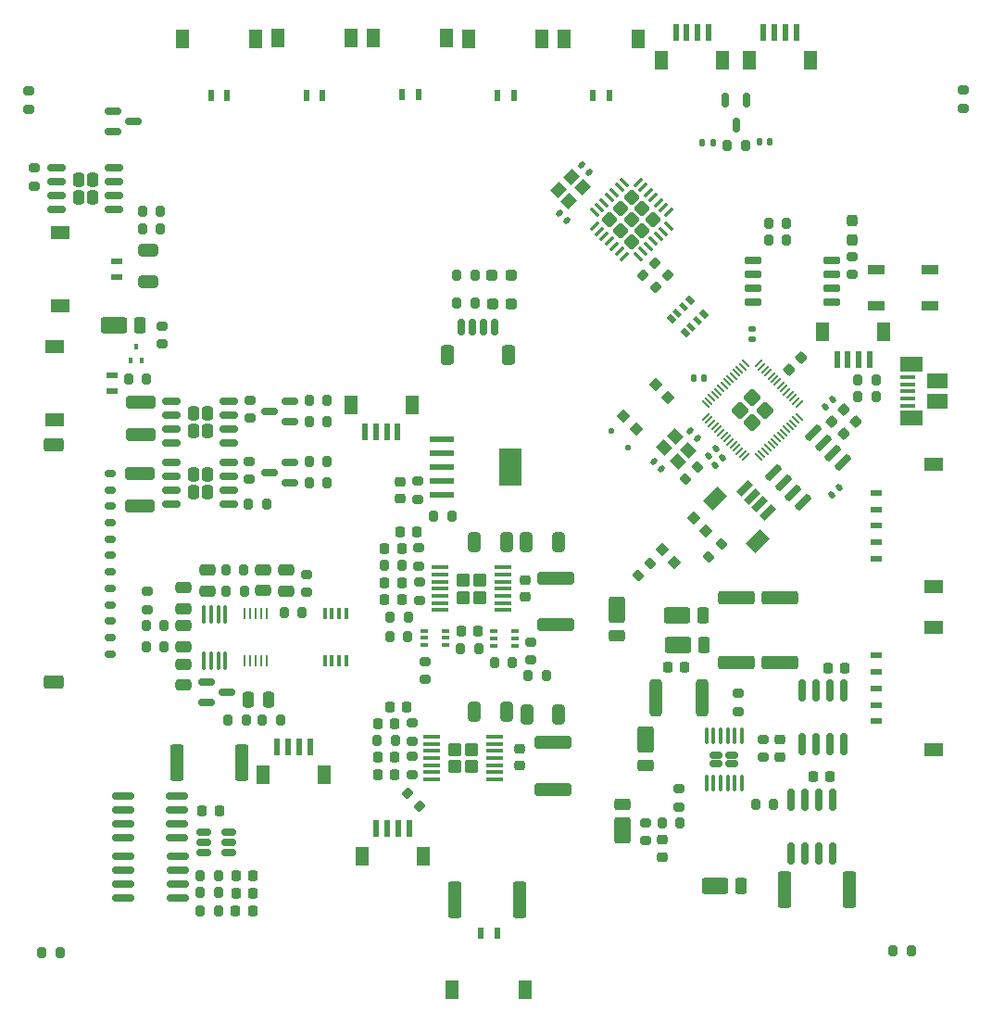
<source format=gbr>
%TF.GenerationSoftware,KiCad,Pcbnew,8.0.2-1*%
%TF.CreationDate,2024-06-12T20:01:09-07:00*%
%TF.ProjectId,battery_board_v3b,62617474-6572-4795-9f62-6f6172645f76,rev?*%
%TF.SameCoordinates,Original*%
%TF.FileFunction,Paste,Top*%
%TF.FilePolarity,Positive*%
%FSLAX46Y46*%
G04 Gerber Fmt 4.6, Leading zero omitted, Abs format (unit mm)*
G04 Created by KiCad (PCBNEW 8.0.2-1) date 2024-06-12 20:01:09*
%MOMM*%
%LPD*%
G01*
G04 APERTURE LIST*
G04 Aperture macros list*
%AMRoundRect*
0 Rectangle with rounded corners*
0 $1 Rounding radius*
0 $2 $3 $4 $5 $6 $7 $8 $9 X,Y pos of 4 corners*
0 Add a 4 corners polygon primitive as box body*
4,1,4,$2,$3,$4,$5,$6,$7,$8,$9,$2,$3,0*
0 Add four circle primitives for the rounded corners*
1,1,$1+$1,$2,$3*
1,1,$1+$1,$4,$5*
1,1,$1+$1,$6,$7*
1,1,$1+$1,$8,$9*
0 Add four rect primitives between the rounded corners*
20,1,$1+$1,$2,$3,$4,$5,0*
20,1,$1+$1,$4,$5,$6,$7,0*
20,1,$1+$1,$6,$7,$8,$9,0*
20,1,$1+$1,$8,$9,$2,$3,0*%
%AMRotRect*
0 Rectangle, with rotation*
0 The origin of the aperture is its center*
0 $1 length*
0 $2 width*
0 $3 Rotation angle, in degrees counterclockwise*
0 Add horizontal line*
21,1,$1,$2,0,0,$3*%
G04 Aperture macros list end*
%ADD10RoundRect,0.200000X0.275000X-0.200000X0.275000X0.200000X-0.275000X0.200000X-0.275000X-0.200000X0*%
%ADD11RotRect,0.600000X1.550000X135.000000*%
%ADD12RotRect,1.200000X1.800000X135.000000*%
%ADD13RoundRect,0.225000X-0.225000X-0.250000X0.225000X-0.250000X0.225000X0.250000X-0.225000X0.250000X0*%
%ADD14RoundRect,0.250000X-1.450000X0.312500X-1.450000X-0.312500X1.450000X-0.312500X1.450000X0.312500X0*%
%ADD15R,1.500000X0.900000*%
%ADD16RoundRect,0.150000X0.825000X0.150000X-0.825000X0.150000X-0.825000X-0.150000X0.825000X-0.150000X0*%
%ADD17RoundRect,0.150000X0.150000X0.625000X-0.150000X0.625000X-0.150000X-0.625000X0.150000X-0.625000X0*%
%ADD18RoundRect,0.250000X0.350000X0.650000X-0.350000X0.650000X-0.350000X-0.650000X0.350000X-0.650000X0*%
%ADD19R,0.650000X0.400000*%
%ADD20RoundRect,0.200000X-0.200000X-0.275000X0.200000X-0.275000X0.200000X0.275000X-0.200000X0.275000X0*%
%ADD21RoundRect,0.250000X0.255000X0.395000X-0.255000X0.395000X-0.255000X-0.395000X0.255000X-0.395000X0*%
%ADD22RoundRect,0.150000X0.662500X0.150000X-0.662500X0.150000X-0.662500X-0.150000X0.662500X-0.150000X0*%
%ADD23RoundRect,0.150000X-0.512500X-0.150000X0.512500X-0.150000X0.512500X0.150000X-0.512500X0.150000X0*%
%ADD24RoundRect,0.140000X-0.021213X0.219203X-0.219203X0.021213X0.021213X-0.219203X0.219203X-0.021213X0*%
%ADD25R,0.600000X1.000000*%
%ADD26R,1.250000X1.800000*%
%ADD27RoundRect,0.140000X-0.219203X-0.021213X-0.021213X-0.219203X0.219203X0.021213X0.021213X0.219203X0*%
%ADD28RoundRect,0.200000X0.200000X0.275000X-0.200000X0.275000X-0.200000X-0.275000X0.200000X-0.275000X0*%
%ADD29RoundRect,0.225000X-0.250000X0.225000X-0.250000X-0.225000X0.250000X-0.225000X0.250000X0.225000X0*%
%ADD30RotRect,0.800000X0.500000X135.000000*%
%ADD31RotRect,0.800000X0.400000X135.000000*%
%ADD32RoundRect,0.250000X-0.650000X0.325000X-0.650000X-0.325000X0.650000X-0.325000X0.650000X0.325000X0*%
%ADD33RoundRect,0.200000X0.335876X0.053033X0.053033X0.335876X-0.335876X-0.053033X-0.053033X-0.335876X0*%
%ADD34RoundRect,0.225000X0.250000X-0.225000X0.250000X0.225000X-0.250000X0.225000X-0.250000X-0.225000X0*%
%ADD35RoundRect,0.250000X-0.475000X0.250000X-0.475000X-0.250000X0.475000X-0.250000X0.475000X0.250000X0*%
%ADD36RoundRect,0.150000X0.150000X-0.825000X0.150000X0.825000X-0.150000X0.825000X-0.150000X-0.825000X0*%
%ADD37R,2.200000X0.600000*%
%ADD38R,2.150000X3.450000*%
%ADD39RoundRect,0.150000X0.406586X0.618718X-0.618718X-0.406586X-0.406586X-0.618718X0.618718X0.406586X0*%
%ADD40RotRect,0.900000X0.900000X225.000000*%
%ADD41R,1.000000X0.600000*%
%ADD42R,1.800000X1.250000*%
%ADD43RoundRect,0.225000X0.225000X0.250000X-0.225000X0.250000X-0.225000X-0.250000X0.225000X-0.250000X0*%
%ADD44RotRect,0.900000X0.900000X45.000000*%
%ADD45RoundRect,0.250000X-0.255000X-0.395000X0.255000X-0.395000X0.255000X0.395000X-0.255000X0.395000X0*%
%ADD46RoundRect,0.150000X-0.662500X-0.150000X0.662500X-0.150000X0.662500X0.150000X-0.662500X0.150000X0*%
%ADD47RoundRect,0.150000X0.587500X0.150000X-0.587500X0.150000X-0.587500X-0.150000X0.587500X-0.150000X0*%
%ADD48RoundRect,0.250000X0.362500X1.425000X-0.362500X1.425000X-0.362500X-1.425000X0.362500X-1.425000X0*%
%ADD49RoundRect,0.250000X0.325000X0.650000X-0.325000X0.650000X-0.325000X-0.650000X0.325000X-0.650000X0*%
%ADD50R,0.600000X1.550000*%
%ADD51R,1.200000X1.800000*%
%ADD52RoundRect,0.250001X-0.354999X-0.374999X0.354999X-0.374999X0.354999X0.374999X-0.354999X0.374999X0*%
%ADD53RoundRect,0.100000X-0.687500X-0.100000X0.687500X-0.100000X0.687500X0.100000X-0.687500X0.100000X0*%
%ADD54RoundRect,0.200000X0.053033X-0.335876X0.335876X-0.053033X-0.053033X0.335876X-0.335876X0.053033X0*%
%ADD55RoundRect,0.237500X-0.237500X0.287500X-0.237500X-0.287500X0.237500X-0.287500X0.237500X0.287500X0*%
%ADD56RoundRect,0.250000X-0.362500X-1.425000X0.362500X-1.425000X0.362500X1.425000X-0.362500X1.425000X0*%
%ADD57RoundRect,0.250000X-0.500000X0.950000X-0.500000X-0.950000X0.500000X-0.950000X0.500000X0.950000X0*%
%ADD58RoundRect,0.250000X-0.500000X0.275000X-0.500000X-0.275000X0.500000X-0.275000X0.500000X0.275000X0*%
%ADD59RoundRect,0.250000X0.950000X0.500000X-0.950000X0.500000X-0.950000X-0.500000X0.950000X-0.500000X0*%
%ADD60RoundRect,0.250000X0.275000X0.500000X-0.275000X0.500000X-0.275000X-0.500000X0.275000X-0.500000X0*%
%ADD61RoundRect,0.140000X0.219203X0.021213X0.021213X0.219203X-0.219203X-0.021213X-0.021213X-0.219203X0*%
%ADD62RoundRect,0.125000X0.176777X0.000000X0.000000X0.176777X-0.176777X0.000000X0.000000X-0.176777X0*%
%ADD63RoundRect,0.150000X-0.150000X0.512500X-0.150000X-0.512500X0.150000X-0.512500X0.150000X0.512500X0*%
%ADD64RoundRect,0.150000X-0.150000X0.825000X-0.150000X-0.825000X0.150000X-0.825000X0.150000X0.825000X0*%
%ADD65RoundRect,0.250000X-0.325000X-0.650000X0.325000X-0.650000X0.325000X0.650000X-0.325000X0.650000X0*%
%ADD66RoundRect,0.200000X-0.053033X0.335876X-0.335876X0.053033X0.053033X-0.335876X0.335876X-0.053033X0*%
%ADD67RoundRect,0.237500X-0.287500X-0.237500X0.287500X-0.237500X0.287500X0.237500X-0.287500X0.237500X0*%
%ADD68R,0.400000X0.510000*%
%ADD69RoundRect,0.250000X-1.425000X0.362500X-1.425000X-0.362500X1.425000X-0.362500X1.425000X0.362500X0*%
%ADD70RoundRect,0.200000X-0.275000X0.200000X-0.275000X-0.200000X0.275000X-0.200000X0.275000X0.200000X0*%
%ADD71RoundRect,0.100000X0.100000X-0.712500X0.100000X0.712500X-0.100000X0.712500X-0.100000X-0.712500X0*%
%ADD72RoundRect,0.150000X-0.650000X-0.150000X0.650000X-0.150000X0.650000X0.150000X-0.650000X0.150000X0*%
%ADD73RoundRect,0.150000X-0.587500X-0.150000X0.587500X-0.150000X0.587500X0.150000X-0.587500X0.150000X0*%
%ADD74RoundRect,0.250000X1.100000X-0.325000X1.100000X0.325000X-1.100000X0.325000X-1.100000X-0.325000X0*%
%ADD75RoundRect,0.140000X0.170000X-0.140000X0.170000X0.140000X-0.170000X0.140000X-0.170000X-0.140000X0*%
%ADD76RoundRect,0.250000X1.425000X-0.362500X1.425000X0.362500X-1.425000X0.362500X-1.425000X-0.362500X0*%
%ADD77RoundRect,0.140000X-0.140000X-0.170000X0.140000X-0.170000X0.140000X0.170000X-0.140000X0.170000X0*%
%ADD78R,1.380000X0.450000*%
%ADD79R,2.100000X1.475000*%
%ADD80R,1.900000X1.375000*%
%ADD81RoundRect,0.250000X0.500000X-0.950000X0.500000X0.950000X-0.500000X0.950000X-0.500000X-0.950000X0*%
%ADD82RoundRect,0.250000X0.500000X-0.275000X0.500000X0.275000X-0.500000X0.275000X-0.500000X-0.275000X0*%
%ADD83RoundRect,0.140000X0.140000X0.170000X-0.140000X0.170000X-0.140000X-0.170000X0.140000X-0.170000X0*%
%ADD84RoundRect,0.249999X-0.558616X0.000000X0.000000X-0.558616X0.558616X0.000000X0.000000X0.558616X0*%
%ADD85RoundRect,0.050000X-0.309359X0.238649X0.238649X-0.309359X0.309359X-0.238649X-0.238649X0.309359X0*%
%ADD86RoundRect,0.050000X-0.309359X-0.238649X-0.238649X-0.309359X0.309359X0.238649X0.238649X0.309359X0*%
%ADD87RoundRect,0.250000X0.475000X-0.250000X0.475000X0.250000X-0.475000X0.250000X-0.475000X-0.250000X0*%
%ADD88R,0.250000X1.100000*%
%ADD89RoundRect,0.250000X-0.312500X-1.450000X0.312500X-1.450000X0.312500X1.450000X-0.312500X1.450000X0*%
%ADD90RoundRect,0.250000X0.452548X0.000000X0.000000X0.452548X-0.452548X0.000000X0.000000X-0.452548X0*%
%ADD91RoundRect,0.075000X0.362392X-0.256326X-0.256326X0.362392X-0.362392X0.256326X0.256326X-0.362392X0*%
%ADD92RoundRect,0.075000X0.362392X0.256326X0.256326X0.362392X-0.362392X-0.256326X-0.256326X-0.362392X0*%
%ADD93RoundRect,0.150000X-0.350000X0.150000X-0.350000X-0.150000X0.350000X-0.150000X0.350000X0.150000X0*%
%ADD94RoundRect,0.250000X-0.650000X0.375000X-0.650000X-0.375000X0.650000X-0.375000X0.650000X0.375000X0*%
%ADD95R,0.400000X1.100000*%
%ADD96RoundRect,0.225000X0.017678X-0.335876X0.335876X-0.017678X-0.017678X0.335876X-0.335876X0.017678X0*%
%ADD97RoundRect,0.225000X-0.335876X-0.017678X-0.017678X-0.335876X0.335876X0.017678X0.017678X0.335876X0*%
%ADD98RoundRect,0.167500X0.407500X-0.167500X0.407500X0.167500X-0.407500X0.167500X-0.407500X-0.167500X0*%
%ADD99RoundRect,0.100000X0.100000X-0.625000X0.100000X0.625000X-0.100000X0.625000X-0.100000X-0.625000X0*%
%ADD100RotRect,1.150000X1.000000X315.000000*%
%ADD101RoundRect,0.250000X-0.250000X-0.475000X0.250000X-0.475000X0.250000X0.475000X-0.250000X0.475000X0*%
%ADD102RoundRect,0.140000X0.021213X-0.219203X0.219203X-0.021213X-0.021213X0.219203X-0.219203X0.021213X0*%
%ADD103RotRect,1.150000X1.000000X225.000000*%
G04 APERTURE END LIST*
D10*
%TO.C,R57*%
X186790000Y-65585000D03*
X186790000Y-63935000D03*
%TD*%
D11*
%TO.C,J21*%
X179057577Y-87283744D03*
X178350470Y-86576637D03*
X177643363Y-85869530D03*
X176936256Y-85162423D03*
D12*
X178191371Y-89988427D03*
X174231573Y-86028629D03*
%TD*%
D13*
%TO.C,C1*%
X144082500Y-90615000D03*
X145632500Y-90615000D03*
%TD*%
D14*
%TO.C,L3*%
X159440000Y-108330000D03*
X159440000Y-112605000D03*
%TD*%
D15*
%TO.C,LED1*%
X193870000Y-68420000D03*
X193870000Y-65120000D03*
X188970000Y-65120000D03*
X188970000Y-68420000D03*
%TD*%
D16*
%TO.C,Q2*%
X125124999Y-122585000D03*
X125124999Y-121315000D03*
X125124999Y-120045000D03*
X125124999Y-118775000D03*
X120174999Y-118775000D03*
X120174999Y-120045000D03*
X120174999Y-121315000D03*
X120174999Y-122585000D03*
%TD*%
D17*
%TO.C,J27*%
X154110000Y-70395000D03*
X153110000Y-70395000D03*
X152110000Y-70395000D03*
X151110000Y-70395000D03*
D18*
X155410000Y-72920000D03*
X149810000Y-72920000D03*
%TD*%
D19*
%TO.C,Q3*%
X154057500Y-98180000D03*
X154057500Y-98830000D03*
X154057500Y-99480000D03*
X155957500Y-99480000D03*
X155957500Y-98830000D03*
X155957500Y-98180000D03*
%TD*%
D20*
%TO.C,R4*%
X127225000Y-120530000D03*
X128875000Y-120530000D03*
%TD*%
D21*
%TO.C,Q9*%
X127832502Y-85469999D03*
X127832502Y-83869999D03*
X126572502Y-85469999D03*
X126572502Y-83869999D03*
D22*
X129840002Y-86574999D03*
X129840002Y-85304999D03*
X129840002Y-84034999D03*
X129840002Y-82764999D03*
X124565002Y-82764999D03*
X124565002Y-84034999D03*
X124565002Y-85304999D03*
X124565002Y-86574999D03*
%TD*%
D23*
%TO.C,U1*%
X127542500Y-116500000D03*
X127542500Y-117450000D03*
X127542500Y-118400000D03*
X129817500Y-118400000D03*
X129817500Y-117450000D03*
X129817500Y-116500000D03*
%TD*%
D24*
%TO.C,C31*%
X185639411Y-85060589D03*
X184960589Y-85739411D03*
%TD*%
D25*
%TO.C,J7*%
X155870000Y-49225000D03*
X154370000Y-49225000D03*
D26*
X158475000Y-44035000D03*
X151765000Y-44035000D03*
%TD*%
D27*
%TO.C,C20*%
X171960589Y-79870589D03*
X172639411Y-80549411D03*
%TD*%
D28*
%TO.C,FB3*%
X131215000Y-94502499D03*
X129565000Y-94502499D03*
%TD*%
%TO.C,R19*%
X133285000Y-86564998D03*
X131635000Y-86564998D03*
%TD*%
D29*
%TO.C,C40*%
X180220000Y-108085000D03*
X180220000Y-109635000D03*
%TD*%
D10*
%TO.C,R60*%
X123750000Y-71955000D03*
X123750000Y-70305000D03*
%TD*%
D30*
%TO.C,R48*%
X171537868Y-70934924D03*
D31*
X172103553Y-70369239D03*
X172669239Y-69803553D03*
D30*
X173234924Y-69237868D03*
X171962132Y-67965076D03*
D31*
X171396447Y-68530761D03*
X170830761Y-69096447D03*
D30*
X170265076Y-69662132D03*
%TD*%
D25*
%TO.C,J8*%
X164610000Y-49245000D03*
X163110000Y-49245000D03*
D26*
X167215000Y-44055000D03*
X160505000Y-44055000D03*
%TD*%
D32*
%TO.C,C50*%
X122430000Y-63325000D03*
X122430000Y-66275000D03*
%TD*%
D28*
%TO.C,R31*%
X180825000Y-60880000D03*
X179175000Y-60880000D03*
%TD*%
D20*
%TO.C,R43*%
X169415000Y-115690000D03*
X171065000Y-115690000D03*
%TD*%
D33*
%TO.C,R40*%
X169963503Y-65683595D03*
X168796777Y-64516869D03*
%TD*%
D34*
%TO.C,C13*%
X145467500Y-86055000D03*
X145467500Y-84505000D03*
%TD*%
D35*
%TO.C,C18*%
X125665000Y-97682499D03*
X125665000Y-99582499D03*
%TD*%
D36*
%TO.C,U14*%
X182215000Y-108495000D03*
X183485000Y-108495000D03*
X184755000Y-108495000D03*
X186025000Y-108495000D03*
X186025000Y-103545000D03*
X184755000Y-103545000D03*
X183485000Y-103545000D03*
X182215000Y-103545000D03*
%TD*%
D37*
%TO.C,U6*%
X149270000Y-80630000D03*
X149270000Y-81900000D03*
X149270000Y-83170000D03*
X149270000Y-84440000D03*
X149270000Y-85710000D03*
D38*
X155570000Y-83170000D03*
%TD*%
D39*
%TO.C,U13*%
X185957838Y-82766238D03*
X185059813Y-81868213D03*
X184161787Y-80970187D03*
X183263762Y-80072162D03*
X179622162Y-83713762D03*
X180520187Y-84611787D03*
X181418213Y-85509813D03*
X182316238Y-86407838D03*
%TD*%
D40*
%TO.C,SW1*%
X167046117Y-79685254D03*
X169945254Y-76786117D03*
X165914746Y-78553883D03*
X168813883Y-75654746D03*
%TD*%
D41*
%TO.C,J14*%
X189030000Y-106400000D03*
X189030000Y-104900000D03*
X189030000Y-103400000D03*
X189030000Y-101900000D03*
X189030000Y-100400000D03*
D42*
X194220000Y-109005000D03*
X194220000Y-97795000D03*
%TD*%
D20*
%TO.C,FB1*%
X132890000Y-106322499D03*
X134540000Y-106322499D03*
%TD*%
D43*
%TO.C,C49*%
X144995000Y-109710000D03*
X143445000Y-109710000D03*
%TD*%
D44*
%TO.C,SW2*%
X172313883Y-87844746D03*
X169414746Y-90743883D03*
X173445254Y-88976117D03*
X170546117Y-91875254D03*
%TD*%
D10*
%TO.C,R59*%
X112050000Y-57485000D03*
X112050000Y-55835000D03*
%TD*%
D13*
%TO.C,C12*%
X151052500Y-98160000D03*
X152602500Y-98160000D03*
%TD*%
%TO.C,C43*%
X144535000Y-105100000D03*
X146085000Y-105100000D03*
%TD*%
D45*
%TO.C,Q11*%
X116082500Y-56965000D03*
X116082500Y-58565000D03*
X117342500Y-56965000D03*
X117342500Y-58565000D03*
D46*
X114075000Y-55860000D03*
X114075000Y-57130000D03*
X114075000Y-58400000D03*
X114075000Y-59670000D03*
X119350000Y-59670000D03*
X119350000Y-58400000D03*
X119350000Y-57130000D03*
X119350000Y-55860000D03*
%TD*%
D34*
%TO.C,C6*%
X156907500Y-95015000D03*
X156907500Y-93465000D03*
%TD*%
D47*
%TO.C,Q7*%
X135407501Y-84619998D03*
X135407501Y-82719998D03*
X133532501Y-83669998D03*
%TD*%
D20*
%TO.C,R54*%
X187340000Y-76720000D03*
X188990000Y-76720000D03*
%TD*%
D48*
%TO.C,R1*%
X130962500Y-110200000D03*
X125037500Y-110200000D03*
%TD*%
D49*
%TO.C,C46*%
X155185000Y-105500000D03*
X152235000Y-105500000D03*
%TD*%
D50*
%TO.C,J20*%
X173670000Y-43475000D03*
X172670000Y-43475000D03*
X171670000Y-43475000D03*
X170670000Y-43475000D03*
D51*
X174970000Y-46000000D03*
X169370000Y-46000000D03*
%TD*%
D10*
%TO.C,R62*%
X111540000Y-50465000D03*
X111540000Y-48815000D03*
%TD*%
D52*
%TO.C,U3*%
X151227500Y-93525000D03*
X151227500Y-95075000D03*
X152727500Y-93525000D03*
X152727500Y-95075000D03*
D53*
X149115000Y-92350000D03*
X149115000Y-93000000D03*
X149115000Y-93650000D03*
X149115000Y-94300000D03*
X149115000Y-94950000D03*
X149115000Y-95600000D03*
X149115000Y-96250000D03*
X154840000Y-96250000D03*
X154840000Y-95600000D03*
X154840000Y-94950000D03*
X154840000Y-94300000D03*
X154840000Y-93650000D03*
X154840000Y-93000000D03*
X154840000Y-92350000D03*
%TD*%
D54*
%TO.C,R45*%
X173716637Y-91403363D03*
X174883363Y-90236637D03*
%TD*%
D10*
%TO.C,R52*%
X178650000Y-109685000D03*
X178650000Y-108035000D03*
%TD*%
D28*
%TO.C,R10*%
X155762500Y-101060000D03*
X154112500Y-101060000D03*
%TD*%
D35*
%TO.C,C27*%
X132924999Y-92572500D03*
X132924999Y-94472500D03*
%TD*%
D20*
%TO.C,R53*%
X187340000Y-75180000D03*
X188990000Y-75180000D03*
%TD*%
D28*
%TO.C,R9*%
X122302500Y-75170000D03*
X120652500Y-75170000D03*
%TD*%
D54*
%TO.C,R36*%
X167200000Y-93110000D03*
X168366726Y-91943274D03*
%TD*%
D55*
%TO.C,D10*%
X186770000Y-62435000D03*
X186770000Y-60685000D03*
%TD*%
D56*
%TO.C,R49*%
X180597500Y-121770000D03*
X186522500Y-121770000D03*
%TD*%
D57*
%TO.C,D11*%
X165800000Y-116350000D03*
D58*
X165800000Y-113975000D03*
%TD*%
D59*
%TO.C,D4*%
X174250000Y-121420000D03*
D60*
X176625000Y-121420000D03*
%TD*%
D61*
%TO.C,C21*%
X169389411Y-83379411D03*
X168710589Y-82700589D03*
%TD*%
D62*
%TO.C,D8*%
X164772183Y-79872183D03*
X166327817Y-81427817D03*
%TD*%
D63*
%TO.C,D5*%
X177130000Y-49675000D03*
X175230000Y-49675000D03*
X176180000Y-51950000D03*
%TD*%
D64*
%TO.C,U12*%
X185025000Y-113555000D03*
X183755000Y-113555000D03*
X182485000Y-113555000D03*
X181215000Y-113555000D03*
X181215000Y-118505000D03*
X182485000Y-118505000D03*
X183755000Y-118505000D03*
X185025000Y-118505000D03*
%TD*%
D65*
%TO.C,C45*%
X157045000Y-105820000D03*
X159995000Y-105820000D03*
%TD*%
D10*
%TO.C,R6*%
X147137500Y-92210000D03*
X147137500Y-90560000D03*
%TD*%
D66*
%TO.C,R38*%
X172683363Y-83136637D03*
X171516637Y-84303363D03*
%TD*%
D67*
%TO.C,D2*%
X155670000Y-68240000D03*
X153920000Y-68240000D03*
%TD*%
D68*
%TO.C,Q4*%
X120841957Y-73425562D03*
X121841957Y-73425562D03*
X121341957Y-72135562D03*
%TD*%
D69*
%TO.C,R55*%
X176250000Y-95137500D03*
X176250000Y-101062500D03*
%TD*%
D20*
%TO.C,R37*%
X129760000Y-106302499D03*
X131410000Y-106302499D03*
%TD*%
D70*
%TO.C,R25*%
X147057500Y-84455000D03*
X147057500Y-86105000D03*
%TD*%
D20*
%TO.C,R26*%
X148552500Y-87640000D03*
X150202500Y-87640000D03*
%TD*%
D27*
%TO.C,C35*%
X160049866Y-59984315D03*
X160728688Y-60663137D03*
%TD*%
D41*
%TO.C,J10*%
X119570000Y-64340000D03*
X119570000Y-65840000D03*
D42*
X114380000Y-61735000D03*
X114380000Y-68445000D03*
%TD*%
D29*
%TO.C,C34*%
X169450000Y-117235000D03*
X169450000Y-118785000D03*
%TD*%
D25*
%TO.C,J5*%
X138390000Y-49192500D03*
X136890000Y-49192500D03*
D26*
X140995000Y-44002500D03*
X134285000Y-44002500D03*
%TD*%
D27*
%TO.C,C36*%
X162036836Y-55564897D03*
X162715658Y-56243719D03*
%TD*%
D35*
%TO.C,C16*%
X135085000Y-92592499D03*
X135085000Y-94492499D03*
%TD*%
D71*
%TO.C,U9*%
X127570000Y-100835000D03*
X128220000Y-100835000D03*
X128870000Y-100835000D03*
X129520000Y-100835000D03*
X129520000Y-96610000D03*
X128870000Y-96610000D03*
X128220000Y-96610000D03*
X127570000Y-96610000D03*
%TD*%
D28*
%TO.C,R47*%
X179615000Y-114000000D03*
X177965000Y-114000000D03*
%TD*%
D24*
%TO.C,C33*%
X174339411Y-81460589D03*
X173660589Y-82139411D03*
%TD*%
D49*
%TO.C,C4*%
X155225000Y-90000000D03*
X152275000Y-90000000D03*
%TD*%
D43*
%TO.C,C7*%
X131995000Y-123720000D03*
X130445000Y-123720000D03*
%TD*%
D10*
%TO.C,R20*%
X146540000Y-111260000D03*
X146540000Y-109610000D03*
%TD*%
D24*
%TO.C,C26*%
X185009411Y-77030589D03*
X184330589Y-77709411D03*
%TD*%
D20*
%TO.C,R12*%
X151012500Y-99750000D03*
X152662500Y-99750000D03*
%TD*%
D28*
%TO.C,R22*%
X138817501Y-82669999D03*
X137167501Y-82669999D03*
%TD*%
D72*
%TO.C,U8*%
X177720000Y-64275000D03*
X177720000Y-65545000D03*
X177720000Y-66815000D03*
X177720000Y-68085000D03*
X184920000Y-68085000D03*
X184920000Y-66815000D03*
X184920000Y-65545000D03*
X184920000Y-64275000D03*
%TD*%
D59*
%TO.C,D6*%
X170850000Y-99400000D03*
D60*
X173225000Y-99400000D03*
%TD*%
D10*
%TO.C,R15*%
X147777500Y-102595000D03*
X147777500Y-100945000D03*
%TD*%
D20*
%TO.C,R30*%
X121915000Y-59840000D03*
X123565000Y-59840000D03*
%TD*%
%TO.C,R56*%
X179155000Y-62450000D03*
X180805000Y-62450000D03*
%TD*%
D10*
%TO.C,R1043*%
X167900000Y-117325000D03*
X167900000Y-115675000D03*
%TD*%
D43*
%TO.C,C10*%
X145622500Y-95260000D03*
X144072500Y-95260000D03*
%TD*%
D19*
%TO.C,Q5*%
X149587500Y-99440000D03*
X149587500Y-98790000D03*
X149587500Y-98140000D03*
X147687500Y-98140000D03*
X147687500Y-98790000D03*
X147687500Y-99440000D03*
%TD*%
D47*
%TO.C,Q6*%
X135440002Y-79039999D03*
X135440002Y-77139999D03*
X133565002Y-78089999D03*
%TD*%
D28*
%TO.C,FB2*%
X131210000Y-92552500D03*
X129560000Y-92552500D03*
%TD*%
D43*
%TO.C,C11*%
X145627500Y-93730000D03*
X144077500Y-93730000D03*
%TD*%
D73*
%TO.C,U10*%
X127767500Y-102802500D03*
X127767500Y-104702500D03*
X129642500Y-103752500D03*
%TD*%
D43*
%TO.C,C8*%
X132015001Y-120540000D03*
X130465001Y-120540000D03*
%TD*%
D28*
%TO.C,R64*%
X114375000Y-127540000D03*
X112725000Y-127540000D03*
%TD*%
%TO.C,R3*%
X128885000Y-123740000D03*
X127235000Y-123740000D03*
%TD*%
%TO.C,R29*%
X123555000Y-61400000D03*
X121905000Y-61400000D03*
%TD*%
D50*
%TO.C,J16*%
X137250000Y-108725000D03*
X136250000Y-108725000D03*
X135250000Y-108725000D03*
X134250000Y-108725000D03*
D51*
X138550000Y-111250000D03*
X132950000Y-111250000D03*
%TD*%
D20*
%TO.C,R13*%
X157182500Y-102260000D03*
X158832500Y-102260000D03*
%TD*%
D13*
%TO.C,C44*%
X143455000Y-106620000D03*
X145005000Y-106620000D03*
%TD*%
%TO.C,C42*%
X184575000Y-101520000D03*
X186125000Y-101520000D03*
%TD*%
D43*
%TO.C,C9*%
X132005000Y-122090000D03*
X130455000Y-122090000D03*
%TD*%
D74*
%TO.C,C14*%
X121732500Y-80184998D03*
X121732500Y-77234998D03*
%TD*%
D75*
%TO.C,C29*%
X177630000Y-71530000D03*
X177630000Y-70570000D03*
%TD*%
D76*
%TO.C,R50*%
X180200000Y-101062500D03*
X180200000Y-95137500D03*
%TD*%
D77*
%TO.C,C37*%
X178297500Y-53492500D03*
X179257500Y-53492500D03*
%TD*%
D33*
%TO.C,R61*%
X147283363Y-114183363D03*
X146116637Y-113016637D03*
%TD*%
D78*
%TO.C,J24*%
X191890000Y-74947500D03*
X191890000Y-75597500D03*
X191890000Y-76247500D03*
X191890000Y-76897500D03*
X191890000Y-77547500D03*
D79*
X192250000Y-78710000D03*
D80*
X194550000Y-77185000D03*
X194550000Y-75310000D03*
D79*
X192250000Y-73785000D03*
%TD*%
D34*
%TO.C,C47*%
X156380000Y-110455000D03*
X156380000Y-108905000D03*
%TD*%
D10*
%TO.C,R63*%
X196970000Y-50395000D03*
X196970000Y-48745000D03*
%TD*%
D81*
%TO.C,D7*%
X167900000Y-108100000D03*
D82*
X167900000Y-110475000D03*
%TD*%
D70*
%TO.C,R27*%
X131742501Y-77054999D03*
X131742501Y-78704999D03*
%TD*%
D13*
%TO.C,C2*%
X145447500Y-89075000D03*
X146997500Y-89075000D03*
%TD*%
D28*
%TO.C,R39*%
X152310000Y-68160000D03*
X150660000Y-68160000D03*
%TD*%
D20*
%TO.C,R23*%
X137147502Y-79059999D03*
X138797502Y-79059999D03*
%TD*%
D52*
%TO.C,U5*%
X150500000Y-108975000D03*
X150500000Y-110525000D03*
X152000000Y-108975000D03*
X152000000Y-110525000D03*
D53*
X148387500Y-107800000D03*
X148387500Y-108450000D03*
X148387500Y-109100000D03*
X148387500Y-109750000D03*
X148387500Y-110400000D03*
X148387500Y-111050000D03*
X148387500Y-111700000D03*
X154112500Y-111700000D03*
X154112500Y-111050000D03*
X154112500Y-110400000D03*
X154112500Y-109750000D03*
X154112500Y-109100000D03*
X154112500Y-108450000D03*
X154112500Y-107800000D03*
%TD*%
D50*
%TO.C,J22*%
X181700000Y-43475000D03*
X180700000Y-43475000D03*
X179700000Y-43475000D03*
X178700000Y-43475000D03*
D51*
X183000000Y-46000000D03*
X177400000Y-46000000D03*
%TD*%
D83*
%TO.C,C32*%
X173270000Y-75050000D03*
X172310000Y-75050000D03*
%TD*%
D84*
%TO.C,IC3*%
X177666528Y-76866516D03*
X176535157Y-77997887D03*
X178797899Y-77997887D03*
X177666528Y-79129258D03*
D85*
X177074326Y-73728730D03*
X176791483Y-74011573D03*
X176508641Y-74294415D03*
X176225798Y-74577258D03*
X175942955Y-74860101D03*
X175660113Y-75142943D03*
X175377270Y-75425786D03*
X175094427Y-75708629D03*
X174811584Y-75991472D03*
X174528742Y-76274314D03*
X174245899Y-76557157D03*
X173963056Y-76840000D03*
X173680214Y-77122842D03*
X173397371Y-77405685D03*
D86*
X173397371Y-78590089D03*
X173680214Y-78872932D03*
X173963056Y-79155774D03*
X174245899Y-79438617D03*
X174528742Y-79721460D03*
X174811584Y-80004302D03*
X175094427Y-80287145D03*
X175377270Y-80569988D03*
X175660113Y-80852831D03*
X175942955Y-81135673D03*
X176225798Y-81418516D03*
X176508641Y-81701359D03*
X176791483Y-81984201D03*
X177074326Y-82267044D03*
D85*
X178258730Y-82267044D03*
X178541573Y-81984201D03*
X178824415Y-81701359D03*
X179107258Y-81418516D03*
X179390101Y-81135673D03*
X179672943Y-80852831D03*
X179955786Y-80569988D03*
X180238629Y-80287145D03*
X180521472Y-80004302D03*
X180804314Y-79721460D03*
X181087157Y-79438617D03*
X181370000Y-79155774D03*
X181652842Y-78872932D03*
X181935685Y-78590089D03*
D86*
X181935685Y-77405685D03*
X181652842Y-77122842D03*
X181370000Y-76840000D03*
X181087157Y-76557157D03*
X180804314Y-76274314D03*
X180521472Y-75991472D03*
X180238629Y-75708629D03*
X179955786Y-75425786D03*
X179672943Y-75142943D03*
X179390101Y-74860101D03*
X179107258Y-74577258D03*
X178824415Y-74294415D03*
X178541573Y-74011573D03*
X178258730Y-73728730D03*
%TD*%
D74*
%TO.C,C15*%
X121702500Y-86725000D03*
X121702500Y-83775000D03*
%TD*%
D41*
%TO.C,J15*%
X189040000Y-91530000D03*
X189040000Y-90030000D03*
X189040000Y-88530000D03*
X189040000Y-87030000D03*
X189040000Y-85530000D03*
D42*
X194230000Y-94135000D03*
X194230000Y-82925000D03*
%TD*%
D20*
%TO.C,R18*%
X143405000Y-108150000D03*
X145055000Y-108150000D03*
%TD*%
%TO.C,R8*%
X144032500Y-92145000D03*
X145682500Y-92145000D03*
%TD*%
D87*
%TO.C,C17*%
X125675000Y-103082499D03*
X125675000Y-101182499D03*
%TD*%
D88*
%TO.C,U7*%
X133265001Y-96572500D03*
X132765001Y-96572500D03*
X132265001Y-96572500D03*
X131765001Y-96572500D03*
X131265001Y-96572500D03*
X131265001Y-100872500D03*
X131765001Y-100872500D03*
X132265001Y-100872500D03*
X132765001Y-100872500D03*
X133265001Y-100872500D03*
%TD*%
D77*
%TO.C,C38*%
X173097500Y-53532500D03*
X174057500Y-53532500D03*
%TD*%
D50*
%TO.C,J11*%
X142264000Y-79995000D03*
X143264000Y-79995000D03*
X144264000Y-79995000D03*
X145264000Y-79995000D03*
D51*
X140964000Y-77470000D03*
X146564000Y-77470000D03*
%TD*%
D89*
%TO.C,L2*%
X168822500Y-104250000D03*
X173097500Y-104250000D03*
%TD*%
D20*
%TO.C,R33*%
X122270001Y-99592499D03*
X123920001Y-99592499D03*
%TD*%
D90*
%TO.C,U11*%
X167615909Y-61554092D03*
X166611817Y-62558183D03*
X168620000Y-60550000D03*
X165607725Y-61554092D03*
X166611817Y-60550000D03*
X167615909Y-59545908D03*
X164603634Y-60550000D03*
X166611817Y-58541817D03*
X165607725Y-59545908D03*
D91*
X167239374Y-63935274D03*
X167698994Y-63475654D03*
X168158613Y-63016035D03*
X168618232Y-62556415D03*
X169077852Y-62096796D03*
X169537471Y-61637177D03*
X169997091Y-61177557D03*
D92*
X169997091Y-59922443D03*
X169537471Y-59462823D03*
X169077852Y-59003204D03*
X168618232Y-58543585D03*
X168158613Y-58083965D03*
X167698994Y-57624346D03*
X167239374Y-57164726D03*
D91*
X165984260Y-57164726D03*
X165524640Y-57624346D03*
X165065021Y-58083965D03*
X164605402Y-58543585D03*
X164145782Y-59003204D03*
X163686163Y-59462823D03*
X163226543Y-59922443D03*
D92*
X163226543Y-61177557D03*
X163686163Y-61637177D03*
X164145782Y-62096796D03*
X164605402Y-62556415D03*
X165065021Y-63016035D03*
X165524640Y-63475654D03*
X165984260Y-63935274D03*
%TD*%
D20*
%TO.C,R7*%
X144582500Y-96900000D03*
X146232500Y-96900000D03*
%TD*%
D87*
%TO.C,C24*%
X127845000Y-94482500D03*
X127845000Y-92582500D03*
%TD*%
D16*
%TO.C,Q1*%
X125114999Y-117025000D03*
X125114999Y-115755000D03*
X125114999Y-114485000D03*
X125114999Y-113215000D03*
X120164999Y-113215000D03*
X120164999Y-114485000D03*
X120164999Y-115755000D03*
X120164999Y-117025000D03*
%TD*%
D20*
%TO.C,R65*%
X190560000Y-127400000D03*
X192210000Y-127400000D03*
%TD*%
D28*
%TO.C,R17*%
X146182500Y-98700000D03*
X144532500Y-98700000D03*
%TD*%
D70*
%TO.C,R44*%
X171000000Y-112555000D03*
X171000000Y-114205000D03*
%TD*%
D93*
%TO.C,J12*%
X119000000Y-83750001D03*
X119000000Y-85250000D03*
X119000000Y-86750000D03*
X119000000Y-88250000D03*
X119000000Y-89750000D03*
X119000000Y-91249999D03*
X119000000Y-92750001D03*
X119000000Y-94250000D03*
X119000000Y-95750000D03*
X119000000Y-97250000D03*
X119000000Y-98750000D03*
X119000000Y-100249999D03*
D94*
X113810000Y-81145000D03*
X113810000Y-102855000D03*
%TD*%
D73*
%TO.C,Q10*%
X119252500Y-50650000D03*
X119252500Y-52550000D03*
X121127500Y-51600000D03*
%TD*%
D20*
%TO.C,R5*%
X127235001Y-122070000D03*
X128885001Y-122070000D03*
%TD*%
D28*
%TO.C,R21*%
X138807501Y-77109998D03*
X137157501Y-77109998D03*
%TD*%
D25*
%TO.C,J9*%
X129690000Y-49222500D03*
X128190000Y-49222500D03*
D26*
X132295000Y-44032500D03*
X125585000Y-44032500D03*
%TD*%
D28*
%TO.C,R46*%
X177032500Y-53762500D03*
X175382500Y-53762500D03*
%TD*%
D95*
%TO.C,IC2*%
X140545000Y-96550000D03*
X139895000Y-96550000D03*
X139245000Y-96550000D03*
X138595000Y-96550000D03*
X138595000Y-100850000D03*
X139245000Y-100850000D03*
X139895000Y-100850000D03*
X140545000Y-100850000D03*
%TD*%
D59*
%TO.C,D1*%
X119300000Y-70200000D03*
D60*
X121675000Y-70200000D03*
%TD*%
D50*
%TO.C,J19*%
X146300000Y-116225000D03*
X145300000Y-116225000D03*
X144300000Y-116225000D03*
X143300000Y-116225000D03*
D51*
X147600000Y-118750000D03*
X142000000Y-118750000D03*
%TD*%
D96*
%TO.C,C23*%
X181041992Y-74288008D03*
X182138008Y-73191992D03*
%TD*%
D97*
%TO.C,C28*%
X186071992Y-77961992D03*
X187168008Y-79058008D03*
%TD*%
D10*
%TO.C,R32*%
X122335000Y-96207501D03*
X122335000Y-94557501D03*
%TD*%
D65*
%TO.C,C3*%
X157025000Y-90000000D03*
X159975000Y-90000000D03*
%TD*%
D10*
%TO.C,R2*%
X136900000Y-94607499D03*
X136900000Y-92957499D03*
%TD*%
D21*
%TO.C,Q8*%
X127850000Y-79885000D03*
X127850000Y-78285000D03*
X126590000Y-79885000D03*
X126590000Y-78285000D03*
D22*
X129857500Y-80990000D03*
X129857500Y-79720000D03*
X129857500Y-78450000D03*
X129857500Y-77180000D03*
X124582500Y-77180000D03*
X124582500Y-78450000D03*
X124582500Y-79720000D03*
X124582500Y-80990000D03*
%TD*%
D10*
%TO.C,R16*%
X146540000Y-108215000D03*
X146540000Y-106565000D03*
%TD*%
D87*
%TO.C,C19*%
X125685001Y-96102500D03*
X125685001Y-94202500D03*
%TD*%
D56*
%TO.C,R58*%
X150457500Y-122710000D03*
X156382500Y-122710000D03*
%TD*%
D14*
%TO.C,L1*%
X159727500Y-93312500D03*
X159727500Y-97587500D03*
%TD*%
D43*
%TO.C,C48*%
X144995000Y-111270000D03*
X143445000Y-111270000D03*
%TD*%
D98*
%TO.C,IC4*%
X174380000Y-110290000D03*
X175800000Y-110290000D03*
X174380000Y-109470000D03*
X175800000Y-109470000D03*
D99*
X173465000Y-112030000D03*
X174115000Y-112030000D03*
X174765000Y-112030000D03*
X175415000Y-112030000D03*
X176065000Y-112030000D03*
X176715000Y-112030000D03*
X176715000Y-107730000D03*
X176065000Y-107730000D03*
X175415000Y-107730000D03*
X174765000Y-107730000D03*
X174115000Y-107730000D03*
X173465000Y-107730000D03*
%TD*%
D81*
%TO.C,D12*%
X165300000Y-96250000D03*
D82*
X165300000Y-98625000D03*
%TD*%
D100*
%TO.C,Y1*%
X169616307Y-81406256D03*
X170853744Y-82643693D03*
X171843693Y-81653744D03*
X170606256Y-80416307D03*
%TD*%
D10*
%TO.C,R11*%
X147237500Y-95325000D03*
X147237500Y-93675000D03*
%TD*%
D25*
%TO.C,J17*%
X152840000Y-125740000D03*
X154340000Y-125740000D03*
D26*
X150235000Y-130930000D03*
X156945000Y-130930000D03*
%TD*%
D28*
%TO.C,R35*%
X136530000Y-96502499D03*
X134880000Y-96502499D03*
%TD*%
D59*
%TO.C,D9*%
X170825000Y-96700000D03*
D60*
X173200000Y-96700000D03*
%TD*%
D28*
%TO.C,R34*%
X123910001Y-97682499D03*
X122260001Y-97682499D03*
%TD*%
D10*
%TO.C,R51*%
X176360000Y-105505000D03*
X176360000Y-103855000D03*
%TD*%
D20*
%TO.C,R24*%
X137147501Y-84639998D03*
X138797501Y-84639998D03*
%TD*%
D13*
%TO.C,C39*%
X169935000Y-101470000D03*
X171485000Y-101470000D03*
%TD*%
D101*
%TO.C,C22*%
X131555000Y-104442499D03*
X133455000Y-104442499D03*
%TD*%
D13*
%TO.C,C5*%
X127395000Y-114610000D03*
X128945000Y-114610000D03*
%TD*%
D25*
%TO.C,J6*%
X147145000Y-49175000D03*
X145645000Y-49175000D03*
D26*
X149750000Y-43985000D03*
X143040000Y-43985000D03*
%TD*%
D13*
%TO.C,C41*%
X183215000Y-111430000D03*
X184765000Y-111430000D03*
%TD*%
D102*
%TO.C,C25*%
X174240589Y-83009411D03*
X174919411Y-82330589D03*
%TD*%
D41*
%TO.C,J3*%
X119107500Y-74750000D03*
X119107500Y-76250000D03*
D42*
X113917500Y-72145000D03*
X113917500Y-78855000D03*
%TD*%
D33*
%TO.C,R42*%
X168863952Y-66790217D03*
X167697226Y-65623491D03*
%TD*%
D10*
%TO.C,R14*%
X157427500Y-100785000D03*
X157427500Y-99135000D03*
%TD*%
D70*
%TO.C,R28*%
X131712500Y-82625000D03*
X131712500Y-84275000D03*
%TD*%
D103*
%TO.C,Y2*%
X161170631Y-56643235D03*
X159933194Y-57880672D03*
X160923143Y-58870621D03*
X162160580Y-57633184D03*
%TD*%
D50*
%TO.C,J26*%
X185410000Y-73365000D03*
X186410000Y-73365000D03*
X187410000Y-73365000D03*
X188410000Y-73365000D03*
D51*
X184110000Y-70840000D03*
X189710000Y-70840000D03*
%TD*%
D67*
%TO.C,D3*%
X155655000Y-65610000D03*
X153905000Y-65610000D03*
%TD*%
D28*
%TO.C,R41*%
X152320000Y-65610000D03*
X150670000Y-65610000D03*
%TD*%
D97*
%TO.C,C30*%
X184961992Y-79041992D03*
X186058008Y-80138008D03*
%TD*%
M02*

</source>
